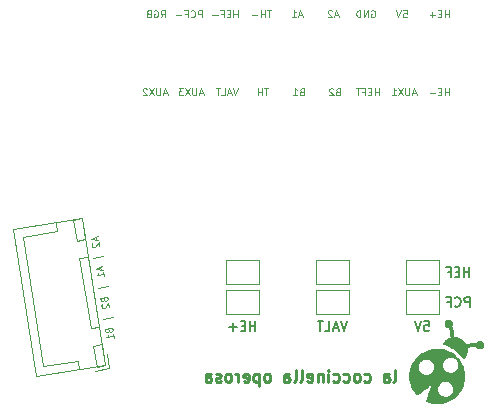
<source format=gbo>
%TF.GenerationSoftware,KiCad,Pcbnew,8.0.8*%
%TF.CreationDate,2025-01-29T22:29:45+01:00*%
%TF.ProjectId,xol-pcb,786f6c2d-7063-4622-9e6b-696361645f70,rev?*%
%TF.SameCoordinates,Original*%
%TF.FileFunction,Legend,Bot*%
%TF.FilePolarity,Positive*%
%FSLAX46Y46*%
G04 Gerber Fmt 4.6, Leading zero omitted, Abs format (unit mm)*
G04 Created by KiCad (PCBNEW 8.0.8) date 2025-01-29 22:29:45*
%MOMM*%
%LPD*%
G01*
G04 APERTURE LIST*
%ADD10C,0.250000*%
%ADD11C,0.100000*%
%ADD12C,0.150000*%
%ADD13C,0.000000*%
%ADD14C,0.120000*%
G04 APERTURE END LIST*
D10*
X65630953Y-68459619D02*
X65726191Y-68412000D01*
X65726191Y-68412000D02*
X65773810Y-68316761D01*
X65773810Y-68316761D02*
X65773810Y-67459619D01*
X64821429Y-68459619D02*
X64821429Y-67935809D01*
X64821429Y-67935809D02*
X64869048Y-67840571D01*
X64869048Y-67840571D02*
X64964286Y-67792952D01*
X64964286Y-67792952D02*
X65154762Y-67792952D01*
X65154762Y-67792952D02*
X65250000Y-67840571D01*
X64821429Y-68412000D02*
X64916667Y-68459619D01*
X64916667Y-68459619D02*
X65154762Y-68459619D01*
X65154762Y-68459619D02*
X65250000Y-68412000D01*
X65250000Y-68412000D02*
X65297619Y-68316761D01*
X65297619Y-68316761D02*
X65297619Y-68221523D01*
X65297619Y-68221523D02*
X65250000Y-68126285D01*
X65250000Y-68126285D02*
X65154762Y-68078666D01*
X65154762Y-68078666D02*
X64916667Y-68078666D01*
X64916667Y-68078666D02*
X64821429Y-68031047D01*
X63154762Y-68412000D02*
X63250000Y-68459619D01*
X63250000Y-68459619D02*
X63440476Y-68459619D01*
X63440476Y-68459619D02*
X63535714Y-68412000D01*
X63535714Y-68412000D02*
X63583333Y-68364380D01*
X63583333Y-68364380D02*
X63630952Y-68269142D01*
X63630952Y-68269142D02*
X63630952Y-67983428D01*
X63630952Y-67983428D02*
X63583333Y-67888190D01*
X63583333Y-67888190D02*
X63535714Y-67840571D01*
X63535714Y-67840571D02*
X63440476Y-67792952D01*
X63440476Y-67792952D02*
X63250000Y-67792952D01*
X63250000Y-67792952D02*
X63154762Y-67840571D01*
X62583333Y-68459619D02*
X62678571Y-68412000D01*
X62678571Y-68412000D02*
X62726190Y-68364380D01*
X62726190Y-68364380D02*
X62773809Y-68269142D01*
X62773809Y-68269142D02*
X62773809Y-67983428D01*
X62773809Y-67983428D02*
X62726190Y-67888190D01*
X62726190Y-67888190D02*
X62678571Y-67840571D01*
X62678571Y-67840571D02*
X62583333Y-67792952D01*
X62583333Y-67792952D02*
X62440476Y-67792952D01*
X62440476Y-67792952D02*
X62345238Y-67840571D01*
X62345238Y-67840571D02*
X62297619Y-67888190D01*
X62297619Y-67888190D02*
X62250000Y-67983428D01*
X62250000Y-67983428D02*
X62250000Y-68269142D01*
X62250000Y-68269142D02*
X62297619Y-68364380D01*
X62297619Y-68364380D02*
X62345238Y-68412000D01*
X62345238Y-68412000D02*
X62440476Y-68459619D01*
X62440476Y-68459619D02*
X62583333Y-68459619D01*
X61392857Y-68412000D02*
X61488095Y-68459619D01*
X61488095Y-68459619D02*
X61678571Y-68459619D01*
X61678571Y-68459619D02*
X61773809Y-68412000D01*
X61773809Y-68412000D02*
X61821428Y-68364380D01*
X61821428Y-68364380D02*
X61869047Y-68269142D01*
X61869047Y-68269142D02*
X61869047Y-67983428D01*
X61869047Y-67983428D02*
X61821428Y-67888190D01*
X61821428Y-67888190D02*
X61773809Y-67840571D01*
X61773809Y-67840571D02*
X61678571Y-67792952D01*
X61678571Y-67792952D02*
X61488095Y-67792952D01*
X61488095Y-67792952D02*
X61392857Y-67840571D01*
X60535714Y-68412000D02*
X60630952Y-68459619D01*
X60630952Y-68459619D02*
X60821428Y-68459619D01*
X60821428Y-68459619D02*
X60916666Y-68412000D01*
X60916666Y-68412000D02*
X60964285Y-68364380D01*
X60964285Y-68364380D02*
X61011904Y-68269142D01*
X61011904Y-68269142D02*
X61011904Y-67983428D01*
X61011904Y-67983428D02*
X60964285Y-67888190D01*
X60964285Y-67888190D02*
X60916666Y-67840571D01*
X60916666Y-67840571D02*
X60821428Y-67792952D01*
X60821428Y-67792952D02*
X60630952Y-67792952D01*
X60630952Y-67792952D02*
X60535714Y-67840571D01*
X60107142Y-68459619D02*
X60107142Y-67792952D01*
X60107142Y-67459619D02*
X60154761Y-67507238D01*
X60154761Y-67507238D02*
X60107142Y-67554857D01*
X60107142Y-67554857D02*
X60059523Y-67507238D01*
X60059523Y-67507238D02*
X60107142Y-67459619D01*
X60107142Y-67459619D02*
X60107142Y-67554857D01*
X59630952Y-67792952D02*
X59630952Y-68459619D01*
X59630952Y-67888190D02*
X59583333Y-67840571D01*
X59583333Y-67840571D02*
X59488095Y-67792952D01*
X59488095Y-67792952D02*
X59345238Y-67792952D01*
X59345238Y-67792952D02*
X59250000Y-67840571D01*
X59250000Y-67840571D02*
X59202381Y-67935809D01*
X59202381Y-67935809D02*
X59202381Y-68459619D01*
X58345238Y-68412000D02*
X58440476Y-68459619D01*
X58440476Y-68459619D02*
X58630952Y-68459619D01*
X58630952Y-68459619D02*
X58726190Y-68412000D01*
X58726190Y-68412000D02*
X58773809Y-68316761D01*
X58773809Y-68316761D02*
X58773809Y-67935809D01*
X58773809Y-67935809D02*
X58726190Y-67840571D01*
X58726190Y-67840571D02*
X58630952Y-67792952D01*
X58630952Y-67792952D02*
X58440476Y-67792952D01*
X58440476Y-67792952D02*
X58345238Y-67840571D01*
X58345238Y-67840571D02*
X58297619Y-67935809D01*
X58297619Y-67935809D02*
X58297619Y-68031047D01*
X58297619Y-68031047D02*
X58773809Y-68126285D01*
X57726190Y-68459619D02*
X57821428Y-68412000D01*
X57821428Y-68412000D02*
X57869047Y-68316761D01*
X57869047Y-68316761D02*
X57869047Y-67459619D01*
X57202380Y-68459619D02*
X57297618Y-68412000D01*
X57297618Y-68412000D02*
X57345237Y-68316761D01*
X57345237Y-68316761D02*
X57345237Y-67459619D01*
X56392856Y-68459619D02*
X56392856Y-67935809D01*
X56392856Y-67935809D02*
X56440475Y-67840571D01*
X56440475Y-67840571D02*
X56535713Y-67792952D01*
X56535713Y-67792952D02*
X56726189Y-67792952D01*
X56726189Y-67792952D02*
X56821427Y-67840571D01*
X56392856Y-68412000D02*
X56488094Y-68459619D01*
X56488094Y-68459619D02*
X56726189Y-68459619D01*
X56726189Y-68459619D02*
X56821427Y-68412000D01*
X56821427Y-68412000D02*
X56869046Y-68316761D01*
X56869046Y-68316761D02*
X56869046Y-68221523D01*
X56869046Y-68221523D02*
X56821427Y-68126285D01*
X56821427Y-68126285D02*
X56726189Y-68078666D01*
X56726189Y-68078666D02*
X56488094Y-68078666D01*
X56488094Y-68078666D02*
X56392856Y-68031047D01*
X55011903Y-68459619D02*
X55107141Y-68412000D01*
X55107141Y-68412000D02*
X55154760Y-68364380D01*
X55154760Y-68364380D02*
X55202379Y-68269142D01*
X55202379Y-68269142D02*
X55202379Y-67983428D01*
X55202379Y-67983428D02*
X55154760Y-67888190D01*
X55154760Y-67888190D02*
X55107141Y-67840571D01*
X55107141Y-67840571D02*
X55011903Y-67792952D01*
X55011903Y-67792952D02*
X54869046Y-67792952D01*
X54869046Y-67792952D02*
X54773808Y-67840571D01*
X54773808Y-67840571D02*
X54726189Y-67888190D01*
X54726189Y-67888190D02*
X54678570Y-67983428D01*
X54678570Y-67983428D02*
X54678570Y-68269142D01*
X54678570Y-68269142D02*
X54726189Y-68364380D01*
X54726189Y-68364380D02*
X54773808Y-68412000D01*
X54773808Y-68412000D02*
X54869046Y-68459619D01*
X54869046Y-68459619D02*
X55011903Y-68459619D01*
X54249998Y-67792952D02*
X54249998Y-68792952D01*
X54249998Y-67840571D02*
X54154760Y-67792952D01*
X54154760Y-67792952D02*
X53964284Y-67792952D01*
X53964284Y-67792952D02*
X53869046Y-67840571D01*
X53869046Y-67840571D02*
X53821427Y-67888190D01*
X53821427Y-67888190D02*
X53773808Y-67983428D01*
X53773808Y-67983428D02*
X53773808Y-68269142D01*
X53773808Y-68269142D02*
X53821427Y-68364380D01*
X53821427Y-68364380D02*
X53869046Y-68412000D01*
X53869046Y-68412000D02*
X53964284Y-68459619D01*
X53964284Y-68459619D02*
X54154760Y-68459619D01*
X54154760Y-68459619D02*
X54249998Y-68412000D01*
X52964284Y-68412000D02*
X53059522Y-68459619D01*
X53059522Y-68459619D02*
X53249998Y-68459619D01*
X53249998Y-68459619D02*
X53345236Y-68412000D01*
X53345236Y-68412000D02*
X53392855Y-68316761D01*
X53392855Y-68316761D02*
X53392855Y-67935809D01*
X53392855Y-67935809D02*
X53345236Y-67840571D01*
X53345236Y-67840571D02*
X53249998Y-67792952D01*
X53249998Y-67792952D02*
X53059522Y-67792952D01*
X53059522Y-67792952D02*
X52964284Y-67840571D01*
X52964284Y-67840571D02*
X52916665Y-67935809D01*
X52916665Y-67935809D02*
X52916665Y-68031047D01*
X52916665Y-68031047D02*
X53392855Y-68126285D01*
X52488093Y-68459619D02*
X52488093Y-67792952D01*
X52488093Y-67983428D02*
X52440474Y-67888190D01*
X52440474Y-67888190D02*
X52392855Y-67840571D01*
X52392855Y-67840571D02*
X52297617Y-67792952D01*
X52297617Y-67792952D02*
X52202379Y-67792952D01*
X51726188Y-68459619D02*
X51821426Y-68412000D01*
X51821426Y-68412000D02*
X51869045Y-68364380D01*
X51869045Y-68364380D02*
X51916664Y-68269142D01*
X51916664Y-68269142D02*
X51916664Y-67983428D01*
X51916664Y-67983428D02*
X51869045Y-67888190D01*
X51869045Y-67888190D02*
X51821426Y-67840571D01*
X51821426Y-67840571D02*
X51726188Y-67792952D01*
X51726188Y-67792952D02*
X51583331Y-67792952D01*
X51583331Y-67792952D02*
X51488093Y-67840571D01*
X51488093Y-67840571D02*
X51440474Y-67888190D01*
X51440474Y-67888190D02*
X51392855Y-67983428D01*
X51392855Y-67983428D02*
X51392855Y-68269142D01*
X51392855Y-68269142D02*
X51440474Y-68364380D01*
X51440474Y-68364380D02*
X51488093Y-68412000D01*
X51488093Y-68412000D02*
X51583331Y-68459619D01*
X51583331Y-68459619D02*
X51726188Y-68459619D01*
X51011902Y-68412000D02*
X50916664Y-68459619D01*
X50916664Y-68459619D02*
X50726188Y-68459619D01*
X50726188Y-68459619D02*
X50630950Y-68412000D01*
X50630950Y-68412000D02*
X50583331Y-68316761D01*
X50583331Y-68316761D02*
X50583331Y-68269142D01*
X50583331Y-68269142D02*
X50630950Y-68173904D01*
X50630950Y-68173904D02*
X50726188Y-68126285D01*
X50726188Y-68126285D02*
X50869045Y-68126285D01*
X50869045Y-68126285D02*
X50964283Y-68078666D01*
X50964283Y-68078666D02*
X51011902Y-67983428D01*
X51011902Y-67983428D02*
X51011902Y-67935809D01*
X51011902Y-67935809D02*
X50964283Y-67840571D01*
X50964283Y-67840571D02*
X50869045Y-67792952D01*
X50869045Y-67792952D02*
X50726188Y-67792952D01*
X50726188Y-67792952D02*
X50630950Y-67840571D01*
X49726188Y-68459619D02*
X49726188Y-67935809D01*
X49726188Y-67935809D02*
X49773807Y-67840571D01*
X49773807Y-67840571D02*
X49869045Y-67792952D01*
X49869045Y-67792952D02*
X50059521Y-67792952D01*
X50059521Y-67792952D02*
X50154759Y-67840571D01*
X49726188Y-68412000D02*
X49821426Y-68459619D01*
X49821426Y-68459619D02*
X50059521Y-68459619D01*
X50059521Y-68459619D02*
X50154759Y-68412000D01*
X50154759Y-68412000D02*
X50202378Y-68316761D01*
X50202378Y-68316761D02*
X50202378Y-68221523D01*
X50202378Y-68221523D02*
X50154759Y-68126285D01*
X50154759Y-68126285D02*
X50059521Y-68078666D01*
X50059521Y-68078666D02*
X49821426Y-68078666D01*
X49821426Y-68078666D02*
X49726188Y-68031047D01*
D11*
X40415857Y-56166598D02*
X40460553Y-56448795D01*
X40576236Y-56083341D02*
X40014910Y-56374740D01*
X40014910Y-56374740D02*
X40638810Y-56478416D01*
X40129454Y-56732656D02*
X40105704Y-56765346D01*
X40105704Y-56765346D02*
X40086423Y-56826254D01*
X40086423Y-56826254D02*
X40108771Y-56967353D01*
X40108771Y-56967353D02*
X40145930Y-57019323D01*
X40145930Y-57019323D02*
X40178619Y-57043073D01*
X40178619Y-57043073D02*
X40239528Y-57062353D01*
X40239528Y-57062353D02*
X40295967Y-57053414D01*
X40295967Y-57053414D02*
X40376156Y-57011786D01*
X40376156Y-57011786D02*
X40661158Y-56619515D01*
X40661158Y-56619515D02*
X40719262Y-56986371D01*
X41050886Y-57801674D02*
X40204296Y-57935761D01*
X40818118Y-58706369D02*
X40862813Y-58988566D01*
X40978496Y-58623113D02*
X40417170Y-58914511D01*
X40417170Y-58914511D02*
X41041070Y-59018188D01*
X41121522Y-59526142D02*
X41067888Y-59187506D01*
X41094705Y-59356824D02*
X40502092Y-59450685D01*
X40502092Y-59450685D02*
X40577812Y-59380837D01*
X40577812Y-59380837D02*
X40625312Y-59315458D01*
X40625312Y-59315458D02*
X40644593Y-59254550D01*
X41453147Y-60341446D02*
X40606557Y-60475533D01*
X41115036Y-61494246D02*
X41156664Y-61574435D01*
X41156664Y-61574435D02*
X41189353Y-61598185D01*
X41189353Y-61598185D02*
X41250262Y-61617466D01*
X41250262Y-61617466D02*
X41334921Y-61604057D01*
X41334921Y-61604057D02*
X41386891Y-61566898D01*
X41386891Y-61566898D02*
X41410641Y-61534209D01*
X41410641Y-61534209D02*
X41429922Y-61473300D01*
X41429922Y-61473300D02*
X41394165Y-61247543D01*
X41394165Y-61247543D02*
X40801552Y-61341404D01*
X40801552Y-61341404D02*
X40832839Y-61538941D01*
X40832839Y-61538941D02*
X40869998Y-61590911D01*
X40869998Y-61590911D02*
X40902687Y-61614661D01*
X40902687Y-61614661D02*
X40963596Y-61633942D01*
X40963596Y-61633942D02*
X41020035Y-61625003D01*
X41020035Y-61625003D02*
X41072005Y-61587844D01*
X41072005Y-61587844D02*
X41095755Y-61555155D01*
X41095755Y-61555155D02*
X41115036Y-61494246D01*
X41115036Y-61494246D02*
X41083749Y-61296708D01*
X40947383Y-61896858D02*
X40923633Y-61929547D01*
X40923633Y-61929547D02*
X40904352Y-61990456D01*
X40904352Y-61990456D02*
X40926700Y-62131554D01*
X40926700Y-62131554D02*
X40963859Y-62183524D01*
X40963859Y-62183524D02*
X40996548Y-62207274D01*
X40996548Y-62207274D02*
X41057457Y-62226555D01*
X41057457Y-62226555D02*
X41113896Y-62217616D01*
X41113896Y-62217616D02*
X41194086Y-62175987D01*
X41194086Y-62175987D02*
X41479087Y-61783717D01*
X41479087Y-61783717D02*
X41537191Y-62150572D01*
X41868816Y-62965876D02*
X41022226Y-63099963D01*
X41530705Y-64118676D02*
X41572333Y-64198865D01*
X41572333Y-64198865D02*
X41605022Y-64222616D01*
X41605022Y-64222616D02*
X41665931Y-64241896D01*
X41665931Y-64241896D02*
X41750590Y-64228487D01*
X41750590Y-64228487D02*
X41802560Y-64191329D01*
X41802560Y-64191329D02*
X41826310Y-64158639D01*
X41826310Y-64158639D02*
X41845591Y-64097731D01*
X41845591Y-64097731D02*
X41809834Y-63871973D01*
X41809834Y-63871973D02*
X41217221Y-63965834D01*
X41217221Y-63965834D02*
X41248508Y-64163372D01*
X41248508Y-64163372D02*
X41285667Y-64215341D01*
X41285667Y-64215341D02*
X41318356Y-64239091D01*
X41318356Y-64239091D02*
X41379265Y-64258372D01*
X41379265Y-64258372D02*
X41435704Y-64249433D01*
X41435704Y-64249433D02*
X41487674Y-64212274D01*
X41487674Y-64212274D02*
X41511424Y-64179585D01*
X41511424Y-64179585D02*
X41530705Y-64118676D01*
X41530705Y-64118676D02*
X41499418Y-63921138D01*
X41952860Y-64775003D02*
X41899225Y-64436367D01*
X41926043Y-64605685D02*
X41333430Y-64699545D01*
X41333430Y-64699545D02*
X41409150Y-64629697D01*
X41409150Y-64629697D02*
X41456650Y-64564319D01*
X41456650Y-64564319D02*
X41475930Y-64503410D01*
X52442571Y-43614371D02*
X52242571Y-44214371D01*
X52242571Y-44214371D02*
X52042571Y-43614371D01*
X51871142Y-44042942D02*
X51585428Y-44042942D01*
X51928285Y-44214371D02*
X51728285Y-43614371D01*
X51728285Y-43614371D02*
X51528285Y-44214371D01*
X51042570Y-44214371D02*
X51328284Y-44214371D01*
X51328284Y-44214371D02*
X51328284Y-43614371D01*
X50928285Y-43614371D02*
X50585428Y-43614371D01*
X50756856Y-44214371D02*
X50756856Y-43614371D01*
X55261142Y-37010371D02*
X54918285Y-37010371D01*
X55089713Y-37610371D02*
X55089713Y-37010371D01*
X54718284Y-37610371D02*
X54718284Y-37010371D01*
X54718284Y-37296085D02*
X54375427Y-37296085D01*
X54375427Y-37610371D02*
X54375427Y-37010371D01*
X54089713Y-37381800D02*
X53632571Y-37381800D01*
X63751142Y-37038942D02*
X63808285Y-37010371D01*
X63808285Y-37010371D02*
X63893999Y-37010371D01*
X63893999Y-37010371D02*
X63979713Y-37038942D01*
X63979713Y-37038942D02*
X64036856Y-37096085D01*
X64036856Y-37096085D02*
X64065427Y-37153228D01*
X64065427Y-37153228D02*
X64093999Y-37267514D01*
X64093999Y-37267514D02*
X64093999Y-37353228D01*
X64093999Y-37353228D02*
X64065427Y-37467514D01*
X64065427Y-37467514D02*
X64036856Y-37524657D01*
X64036856Y-37524657D02*
X63979713Y-37581800D01*
X63979713Y-37581800D02*
X63893999Y-37610371D01*
X63893999Y-37610371D02*
X63836856Y-37610371D01*
X63836856Y-37610371D02*
X63751142Y-37581800D01*
X63751142Y-37581800D02*
X63722570Y-37553228D01*
X63722570Y-37553228D02*
X63722570Y-37353228D01*
X63722570Y-37353228D02*
X63836856Y-37353228D01*
X63465427Y-37610371D02*
X63465427Y-37010371D01*
X63465427Y-37010371D02*
X63122570Y-37610371D01*
X63122570Y-37610371D02*
X63122570Y-37010371D01*
X62836856Y-37610371D02*
X62836856Y-37010371D01*
X62836856Y-37010371D02*
X62693999Y-37010371D01*
X62693999Y-37010371D02*
X62608285Y-37038942D01*
X62608285Y-37038942D02*
X62551142Y-37096085D01*
X62551142Y-37096085D02*
X62522571Y-37153228D01*
X62522571Y-37153228D02*
X62493999Y-37267514D01*
X62493999Y-37267514D02*
X62493999Y-37353228D01*
X62493999Y-37353228D02*
X62522571Y-37467514D01*
X62522571Y-37467514D02*
X62551142Y-37524657D01*
X62551142Y-37524657D02*
X62608285Y-37581800D01*
X62608285Y-37581800D02*
X62693999Y-37610371D01*
X62693999Y-37610371D02*
X62836856Y-37610371D01*
X45928285Y-37610371D02*
X46128285Y-37324657D01*
X46271142Y-37610371D02*
X46271142Y-37010371D01*
X46271142Y-37010371D02*
X46042571Y-37010371D01*
X46042571Y-37010371D02*
X45985428Y-37038942D01*
X45985428Y-37038942D02*
X45956857Y-37067514D01*
X45956857Y-37067514D02*
X45928285Y-37124657D01*
X45928285Y-37124657D02*
X45928285Y-37210371D01*
X45928285Y-37210371D02*
X45956857Y-37267514D01*
X45956857Y-37267514D02*
X45985428Y-37296085D01*
X45985428Y-37296085D02*
X46042571Y-37324657D01*
X46042571Y-37324657D02*
X46271142Y-37324657D01*
X45356857Y-37038942D02*
X45414000Y-37010371D01*
X45414000Y-37010371D02*
X45499714Y-37010371D01*
X45499714Y-37010371D02*
X45585428Y-37038942D01*
X45585428Y-37038942D02*
X45642571Y-37096085D01*
X45642571Y-37096085D02*
X45671142Y-37153228D01*
X45671142Y-37153228D02*
X45699714Y-37267514D01*
X45699714Y-37267514D02*
X45699714Y-37353228D01*
X45699714Y-37353228D02*
X45671142Y-37467514D01*
X45671142Y-37467514D02*
X45642571Y-37524657D01*
X45642571Y-37524657D02*
X45585428Y-37581800D01*
X45585428Y-37581800D02*
X45499714Y-37610371D01*
X45499714Y-37610371D02*
X45442571Y-37610371D01*
X45442571Y-37610371D02*
X45356857Y-37581800D01*
X45356857Y-37581800D02*
X45328285Y-37553228D01*
X45328285Y-37553228D02*
X45328285Y-37353228D01*
X45328285Y-37353228D02*
X45442571Y-37353228D01*
X44871142Y-37296085D02*
X44785428Y-37324657D01*
X44785428Y-37324657D02*
X44756857Y-37353228D01*
X44756857Y-37353228D02*
X44728285Y-37410371D01*
X44728285Y-37410371D02*
X44728285Y-37496085D01*
X44728285Y-37496085D02*
X44756857Y-37553228D01*
X44756857Y-37553228D02*
X44785428Y-37581800D01*
X44785428Y-37581800D02*
X44842571Y-37610371D01*
X44842571Y-37610371D02*
X45071142Y-37610371D01*
X45071142Y-37610371D02*
X45071142Y-37010371D01*
X45071142Y-37010371D02*
X44871142Y-37010371D01*
X44871142Y-37010371D02*
X44814000Y-37038942D01*
X44814000Y-37038942D02*
X44785428Y-37067514D01*
X44785428Y-37067514D02*
X44756857Y-37124657D01*
X44756857Y-37124657D02*
X44756857Y-37181800D01*
X44756857Y-37181800D02*
X44785428Y-37238942D01*
X44785428Y-37238942D02*
X44814000Y-37267514D01*
X44814000Y-37267514D02*
X44871142Y-37296085D01*
X44871142Y-37296085D02*
X45071142Y-37296085D01*
X49393713Y-37610371D02*
X49393713Y-37010371D01*
X49393713Y-37010371D02*
X49165142Y-37010371D01*
X49165142Y-37010371D02*
X49107999Y-37038942D01*
X49107999Y-37038942D02*
X49079428Y-37067514D01*
X49079428Y-37067514D02*
X49050856Y-37124657D01*
X49050856Y-37124657D02*
X49050856Y-37210371D01*
X49050856Y-37210371D02*
X49079428Y-37267514D01*
X49079428Y-37267514D02*
X49107999Y-37296085D01*
X49107999Y-37296085D02*
X49165142Y-37324657D01*
X49165142Y-37324657D02*
X49393713Y-37324657D01*
X48450856Y-37553228D02*
X48479428Y-37581800D01*
X48479428Y-37581800D02*
X48565142Y-37610371D01*
X48565142Y-37610371D02*
X48622285Y-37610371D01*
X48622285Y-37610371D02*
X48707999Y-37581800D01*
X48707999Y-37581800D02*
X48765142Y-37524657D01*
X48765142Y-37524657D02*
X48793713Y-37467514D01*
X48793713Y-37467514D02*
X48822285Y-37353228D01*
X48822285Y-37353228D02*
X48822285Y-37267514D01*
X48822285Y-37267514D02*
X48793713Y-37153228D01*
X48793713Y-37153228D02*
X48765142Y-37096085D01*
X48765142Y-37096085D02*
X48707999Y-37038942D01*
X48707999Y-37038942D02*
X48622285Y-37010371D01*
X48622285Y-37010371D02*
X48565142Y-37010371D01*
X48565142Y-37010371D02*
X48479428Y-37038942D01*
X48479428Y-37038942D02*
X48450856Y-37067514D01*
X47993713Y-37296085D02*
X48193713Y-37296085D01*
X48193713Y-37610371D02*
X48193713Y-37010371D01*
X48193713Y-37010371D02*
X47907999Y-37010371D01*
X47679427Y-37381800D02*
X47222285Y-37381800D01*
D12*
X68224380Y-63316295D02*
X68605332Y-63316295D01*
X68605332Y-63316295D02*
X68643428Y-63697247D01*
X68643428Y-63697247D02*
X68605332Y-63659152D01*
X68605332Y-63659152D02*
X68529142Y-63621057D01*
X68529142Y-63621057D02*
X68338666Y-63621057D01*
X68338666Y-63621057D02*
X68262475Y-63659152D01*
X68262475Y-63659152D02*
X68224380Y-63697247D01*
X68224380Y-63697247D02*
X68186285Y-63773438D01*
X68186285Y-63773438D02*
X68186285Y-63963914D01*
X68186285Y-63963914D02*
X68224380Y-64040104D01*
X68224380Y-64040104D02*
X68262475Y-64078200D01*
X68262475Y-64078200D02*
X68338666Y-64116295D01*
X68338666Y-64116295D02*
X68529142Y-64116295D01*
X68529142Y-64116295D02*
X68605332Y-64078200D01*
X68605332Y-64078200D02*
X68643428Y-64040104D01*
X67957713Y-63316295D02*
X67691046Y-64116295D01*
X67691046Y-64116295D02*
X67424380Y-63316295D01*
D11*
X64380570Y-44214371D02*
X64380570Y-43614371D01*
X64380570Y-43900085D02*
X64037713Y-43900085D01*
X64037713Y-44214371D02*
X64037713Y-43614371D01*
X63751999Y-43900085D02*
X63551999Y-43900085D01*
X63466285Y-44214371D02*
X63751999Y-44214371D01*
X63751999Y-44214371D02*
X63751999Y-43614371D01*
X63751999Y-43614371D02*
X63466285Y-43614371D01*
X63009142Y-43900085D02*
X63209142Y-43900085D01*
X63209142Y-44214371D02*
X63209142Y-43614371D01*
X63209142Y-43614371D02*
X62923428Y-43614371D01*
X62780571Y-43614371D02*
X62437714Y-43614371D01*
X62609142Y-44214371D02*
X62609142Y-43614371D01*
X49494571Y-44042942D02*
X49208857Y-44042942D01*
X49551714Y-44214371D02*
X49351714Y-43614371D01*
X49351714Y-43614371D02*
X49151714Y-44214371D01*
X48951713Y-43614371D02*
X48951713Y-44100085D01*
X48951713Y-44100085D02*
X48923142Y-44157228D01*
X48923142Y-44157228D02*
X48894571Y-44185800D01*
X48894571Y-44185800D02*
X48837428Y-44214371D01*
X48837428Y-44214371D02*
X48723142Y-44214371D01*
X48723142Y-44214371D02*
X48665999Y-44185800D01*
X48665999Y-44185800D02*
X48637428Y-44157228D01*
X48637428Y-44157228D02*
X48608856Y-44100085D01*
X48608856Y-44100085D02*
X48608856Y-43614371D01*
X48380285Y-43614371D02*
X47980285Y-44214371D01*
X47980285Y-43614371D02*
X48380285Y-44214371D01*
X47808856Y-43614371D02*
X47437428Y-43614371D01*
X47437428Y-43614371D02*
X47637428Y-43842942D01*
X47637428Y-43842942D02*
X47551713Y-43842942D01*
X47551713Y-43842942D02*
X47494571Y-43871514D01*
X47494571Y-43871514D02*
X47465999Y-43900085D01*
X47465999Y-43900085D02*
X47437428Y-43957228D01*
X47437428Y-43957228D02*
X47437428Y-44100085D01*
X47437428Y-44100085D02*
X47465999Y-44157228D01*
X47465999Y-44157228D02*
X47494571Y-44185800D01*
X47494571Y-44185800D02*
X47551713Y-44214371D01*
X47551713Y-44214371D02*
X47723142Y-44214371D01*
X47723142Y-44214371D02*
X47780285Y-44185800D01*
X47780285Y-44185800D02*
X47808856Y-44157228D01*
X60900856Y-43900085D02*
X60815142Y-43928657D01*
X60815142Y-43928657D02*
X60786571Y-43957228D01*
X60786571Y-43957228D02*
X60757999Y-44014371D01*
X60757999Y-44014371D02*
X60757999Y-44100085D01*
X60757999Y-44100085D02*
X60786571Y-44157228D01*
X60786571Y-44157228D02*
X60815142Y-44185800D01*
X60815142Y-44185800D02*
X60872285Y-44214371D01*
X60872285Y-44214371D02*
X61100856Y-44214371D01*
X61100856Y-44214371D02*
X61100856Y-43614371D01*
X61100856Y-43614371D02*
X60900856Y-43614371D01*
X60900856Y-43614371D02*
X60843714Y-43642942D01*
X60843714Y-43642942D02*
X60815142Y-43671514D01*
X60815142Y-43671514D02*
X60786571Y-43728657D01*
X60786571Y-43728657D02*
X60786571Y-43785800D01*
X60786571Y-43785800D02*
X60815142Y-43842942D01*
X60815142Y-43842942D02*
X60843714Y-43871514D01*
X60843714Y-43871514D02*
X60900856Y-43900085D01*
X60900856Y-43900085D02*
X61100856Y-43900085D01*
X60529428Y-43671514D02*
X60500856Y-43642942D01*
X60500856Y-43642942D02*
X60443714Y-43614371D01*
X60443714Y-43614371D02*
X60300856Y-43614371D01*
X60300856Y-43614371D02*
X60243714Y-43642942D01*
X60243714Y-43642942D02*
X60215142Y-43671514D01*
X60215142Y-43671514D02*
X60186571Y-43728657D01*
X60186571Y-43728657D02*
X60186571Y-43785800D01*
X60186571Y-43785800D02*
X60215142Y-43871514D01*
X60215142Y-43871514D02*
X60557999Y-44214371D01*
X60557999Y-44214371D02*
X60186571Y-44214371D01*
X55047714Y-43614371D02*
X54704857Y-43614371D01*
X54876285Y-44214371D02*
X54876285Y-43614371D01*
X54504856Y-44214371D02*
X54504856Y-43614371D01*
X54504856Y-43900085D02*
X54161999Y-43900085D01*
X54161999Y-44214371D02*
X54161999Y-43614371D01*
D12*
X53917713Y-64116295D02*
X53917713Y-63316295D01*
X53917713Y-63697247D02*
X53460570Y-63697247D01*
X53460570Y-64116295D02*
X53460570Y-63316295D01*
X53079618Y-63697247D02*
X52812952Y-63697247D01*
X52698666Y-64116295D02*
X53079618Y-64116295D01*
X53079618Y-64116295D02*
X53079618Y-63316295D01*
X53079618Y-63316295D02*
X52698666Y-63316295D01*
X52355808Y-63811533D02*
X51746285Y-63811533D01*
X52051046Y-64116295D02*
X52051046Y-63506771D01*
D11*
X57880571Y-37438942D02*
X57594857Y-37438942D01*
X57937714Y-37610371D02*
X57737714Y-37010371D01*
X57737714Y-37010371D02*
X57537714Y-37610371D01*
X57023428Y-37610371D02*
X57366285Y-37610371D01*
X57194856Y-37610371D02*
X57194856Y-37010371D01*
X57194856Y-37010371D02*
X57251999Y-37096085D01*
X57251999Y-37096085D02*
X57309142Y-37153228D01*
X57309142Y-37153228D02*
X57366285Y-37181800D01*
D12*
X72053332Y-59544295D02*
X72053332Y-58744295D01*
X72053332Y-59125247D02*
X71596189Y-59125247D01*
X71596189Y-59544295D02*
X71596189Y-58744295D01*
X71215237Y-59125247D02*
X70948571Y-59125247D01*
X70834285Y-59544295D02*
X71215237Y-59544295D01*
X71215237Y-59544295D02*
X71215237Y-58744295D01*
X71215237Y-58744295D02*
X70834285Y-58744295D01*
X70224761Y-59125247D02*
X70491427Y-59125247D01*
X70491427Y-59544295D02*
X70491427Y-58744295D01*
X70491427Y-58744295D02*
X70110475Y-58744295D01*
D11*
X66456285Y-37010371D02*
X66741999Y-37010371D01*
X66741999Y-37010371D02*
X66770571Y-37296085D01*
X66770571Y-37296085D02*
X66741999Y-37267514D01*
X66741999Y-37267514D02*
X66684857Y-37238942D01*
X66684857Y-37238942D02*
X66541999Y-37238942D01*
X66541999Y-37238942D02*
X66484857Y-37267514D01*
X66484857Y-37267514D02*
X66456285Y-37296085D01*
X66456285Y-37296085D02*
X66427714Y-37353228D01*
X66427714Y-37353228D02*
X66427714Y-37496085D01*
X66427714Y-37496085D02*
X66456285Y-37553228D01*
X66456285Y-37553228D02*
X66484857Y-37581800D01*
X66484857Y-37581800D02*
X66541999Y-37610371D01*
X66541999Y-37610371D02*
X66684857Y-37610371D01*
X66684857Y-37610371D02*
X66741999Y-37581800D01*
X66741999Y-37581800D02*
X66770571Y-37553228D01*
X66256285Y-37010371D02*
X66056285Y-37610371D01*
X66056285Y-37610371D02*
X65856285Y-37010371D01*
D12*
X61690094Y-63316295D02*
X61423427Y-64116295D01*
X61423427Y-64116295D02*
X61156761Y-63316295D01*
X60928190Y-63887723D02*
X60547237Y-63887723D01*
X61004380Y-64116295D02*
X60737713Y-63316295D01*
X60737713Y-63316295D02*
X60471047Y-64116295D01*
X59823428Y-64116295D02*
X60204380Y-64116295D01*
X60204380Y-64116295D02*
X60204380Y-63316295D01*
X59671047Y-63316295D02*
X59213904Y-63316295D01*
X59442476Y-64116295D02*
X59442476Y-63316295D01*
D11*
X70314284Y-44214371D02*
X70314284Y-43614371D01*
X70314284Y-43900085D02*
X69971427Y-43900085D01*
X69971427Y-44214371D02*
X69971427Y-43614371D01*
X69685713Y-43900085D02*
X69485713Y-43900085D01*
X69399999Y-44214371D02*
X69685713Y-44214371D01*
X69685713Y-44214371D02*
X69685713Y-43614371D01*
X69685713Y-43614371D02*
X69399999Y-43614371D01*
X69142856Y-43985800D02*
X68685714Y-43985800D01*
X70314284Y-37610371D02*
X70314284Y-37010371D01*
X70314284Y-37296085D02*
X69971427Y-37296085D01*
X69971427Y-37610371D02*
X69971427Y-37010371D01*
X69685713Y-37296085D02*
X69485713Y-37296085D01*
X69399999Y-37610371D02*
X69685713Y-37610371D01*
X69685713Y-37610371D02*
X69685713Y-37010371D01*
X69685713Y-37010371D02*
X69399999Y-37010371D01*
X69142856Y-37381800D02*
X68685714Y-37381800D01*
X68914285Y-37610371D02*
X68914285Y-37153228D01*
X52427427Y-37610371D02*
X52427427Y-37010371D01*
X52427427Y-37296085D02*
X52084570Y-37296085D01*
X52084570Y-37610371D02*
X52084570Y-37010371D01*
X51798856Y-37296085D02*
X51598856Y-37296085D01*
X51513142Y-37610371D02*
X51798856Y-37610371D01*
X51798856Y-37610371D02*
X51798856Y-37010371D01*
X51798856Y-37010371D02*
X51513142Y-37010371D01*
X51055999Y-37296085D02*
X51255999Y-37296085D01*
X51255999Y-37610371D02*
X51255999Y-37010371D01*
X51255999Y-37010371D02*
X50970285Y-37010371D01*
X50741713Y-37381800D02*
X50284571Y-37381800D01*
X57852856Y-43900085D02*
X57767142Y-43928657D01*
X57767142Y-43928657D02*
X57738571Y-43957228D01*
X57738571Y-43957228D02*
X57709999Y-44014371D01*
X57709999Y-44014371D02*
X57709999Y-44100085D01*
X57709999Y-44100085D02*
X57738571Y-44157228D01*
X57738571Y-44157228D02*
X57767142Y-44185800D01*
X57767142Y-44185800D02*
X57824285Y-44214371D01*
X57824285Y-44214371D02*
X58052856Y-44214371D01*
X58052856Y-44214371D02*
X58052856Y-43614371D01*
X58052856Y-43614371D02*
X57852856Y-43614371D01*
X57852856Y-43614371D02*
X57795714Y-43642942D01*
X57795714Y-43642942D02*
X57767142Y-43671514D01*
X57767142Y-43671514D02*
X57738571Y-43728657D01*
X57738571Y-43728657D02*
X57738571Y-43785800D01*
X57738571Y-43785800D02*
X57767142Y-43842942D01*
X57767142Y-43842942D02*
X57795714Y-43871514D01*
X57795714Y-43871514D02*
X57852856Y-43900085D01*
X57852856Y-43900085D02*
X58052856Y-43900085D01*
X57138571Y-44214371D02*
X57481428Y-44214371D01*
X57309999Y-44214371D02*
X57309999Y-43614371D01*
X57309999Y-43614371D02*
X57367142Y-43700085D01*
X57367142Y-43700085D02*
X57424285Y-43757228D01*
X57424285Y-43757228D02*
X57481428Y-43785800D01*
X60928571Y-37438942D02*
X60642857Y-37438942D01*
X60985714Y-37610371D02*
X60785714Y-37010371D01*
X60785714Y-37010371D02*
X60585714Y-37610371D01*
X60414285Y-37067514D02*
X60385713Y-37038942D01*
X60385713Y-37038942D02*
X60328571Y-37010371D01*
X60328571Y-37010371D02*
X60185713Y-37010371D01*
X60185713Y-37010371D02*
X60128571Y-37038942D01*
X60128571Y-37038942D02*
X60099999Y-37067514D01*
X60099999Y-37067514D02*
X60071428Y-37124657D01*
X60071428Y-37124657D02*
X60071428Y-37181800D01*
X60071428Y-37181800D02*
X60099999Y-37267514D01*
X60099999Y-37267514D02*
X60442856Y-37610371D01*
X60442856Y-37610371D02*
X60071428Y-37610371D01*
X46446571Y-44042942D02*
X46160857Y-44042942D01*
X46503714Y-44214371D02*
X46303714Y-43614371D01*
X46303714Y-43614371D02*
X46103714Y-44214371D01*
X45903713Y-43614371D02*
X45903713Y-44100085D01*
X45903713Y-44100085D02*
X45875142Y-44157228D01*
X45875142Y-44157228D02*
X45846571Y-44185800D01*
X45846571Y-44185800D02*
X45789428Y-44214371D01*
X45789428Y-44214371D02*
X45675142Y-44214371D01*
X45675142Y-44214371D02*
X45617999Y-44185800D01*
X45617999Y-44185800D02*
X45589428Y-44157228D01*
X45589428Y-44157228D02*
X45560856Y-44100085D01*
X45560856Y-44100085D02*
X45560856Y-43614371D01*
X45332285Y-43614371D02*
X44932285Y-44214371D01*
X44932285Y-43614371D02*
X45332285Y-44214371D01*
X44732285Y-43671514D02*
X44703713Y-43642942D01*
X44703713Y-43642942D02*
X44646571Y-43614371D01*
X44646571Y-43614371D02*
X44503713Y-43614371D01*
X44503713Y-43614371D02*
X44446571Y-43642942D01*
X44446571Y-43642942D02*
X44417999Y-43671514D01*
X44417999Y-43671514D02*
X44389428Y-43728657D01*
X44389428Y-43728657D02*
X44389428Y-43785800D01*
X44389428Y-43785800D02*
X44417999Y-43871514D01*
X44417999Y-43871514D02*
X44760856Y-44214371D01*
X44760856Y-44214371D02*
X44389428Y-44214371D01*
X67528571Y-44042942D02*
X67242857Y-44042942D01*
X67585714Y-44214371D02*
X67385714Y-43614371D01*
X67385714Y-43614371D02*
X67185714Y-44214371D01*
X66985713Y-43614371D02*
X66985713Y-44100085D01*
X66985713Y-44100085D02*
X66957142Y-44157228D01*
X66957142Y-44157228D02*
X66928571Y-44185800D01*
X66928571Y-44185800D02*
X66871428Y-44214371D01*
X66871428Y-44214371D02*
X66757142Y-44214371D01*
X66757142Y-44214371D02*
X66699999Y-44185800D01*
X66699999Y-44185800D02*
X66671428Y-44157228D01*
X66671428Y-44157228D02*
X66642856Y-44100085D01*
X66642856Y-44100085D02*
X66642856Y-43614371D01*
X66414285Y-43614371D02*
X66014285Y-44214371D01*
X66014285Y-43614371D02*
X66414285Y-44214371D01*
X65471428Y-44214371D02*
X65814285Y-44214371D01*
X65642856Y-44214371D02*
X65642856Y-43614371D01*
X65642856Y-43614371D02*
X65699999Y-43700085D01*
X65699999Y-43700085D02*
X65757142Y-43757228D01*
X65757142Y-43757228D02*
X65814285Y-43785800D01*
D12*
X72072380Y-62084295D02*
X72072380Y-61284295D01*
X72072380Y-61284295D02*
X71767618Y-61284295D01*
X71767618Y-61284295D02*
X71691428Y-61322390D01*
X71691428Y-61322390D02*
X71653333Y-61360485D01*
X71653333Y-61360485D02*
X71615237Y-61436676D01*
X71615237Y-61436676D02*
X71615237Y-61550961D01*
X71615237Y-61550961D02*
X71653333Y-61627152D01*
X71653333Y-61627152D02*
X71691428Y-61665247D01*
X71691428Y-61665247D02*
X71767618Y-61703342D01*
X71767618Y-61703342D02*
X72072380Y-61703342D01*
X70815237Y-62008104D02*
X70853333Y-62046200D01*
X70853333Y-62046200D02*
X70967618Y-62084295D01*
X70967618Y-62084295D02*
X71043809Y-62084295D01*
X71043809Y-62084295D02*
X71158095Y-62046200D01*
X71158095Y-62046200D02*
X71234285Y-61970009D01*
X71234285Y-61970009D02*
X71272380Y-61893819D01*
X71272380Y-61893819D02*
X71310476Y-61741438D01*
X71310476Y-61741438D02*
X71310476Y-61627152D01*
X71310476Y-61627152D02*
X71272380Y-61474771D01*
X71272380Y-61474771D02*
X71234285Y-61398580D01*
X71234285Y-61398580D02*
X71158095Y-61322390D01*
X71158095Y-61322390D02*
X71043809Y-61284295D01*
X71043809Y-61284295D02*
X70967618Y-61284295D01*
X70967618Y-61284295D02*
X70853333Y-61322390D01*
X70853333Y-61322390D02*
X70815237Y-61360485D01*
X70205714Y-61665247D02*
X70472380Y-61665247D01*
X70472380Y-62084295D02*
X70472380Y-61284295D01*
X70472380Y-61284295D02*
X70091428Y-61284295D01*
D13*
%TO.C,G\u002A\u002A\u002A*%
G36*
X70315030Y-63189990D02*
G01*
X70358699Y-63190495D01*
X70389696Y-63192757D01*
X70414005Y-63198024D01*
X70437612Y-63207542D01*
X70466503Y-63222559D01*
X70491625Y-63237378D01*
X70556331Y-63289388D01*
X70606346Y-63352053D01*
X70640775Y-63423117D01*
X70658723Y-63500320D01*
X70659294Y-63581406D01*
X70641593Y-63664116D01*
X70619745Y-63730758D01*
X70644880Y-63793543D01*
X70667959Y-63857401D01*
X70697803Y-63960424D01*
X70723932Y-64074972D01*
X70745592Y-64196643D01*
X70762029Y-64321033D01*
X70772488Y-64443741D01*
X70776216Y-64560364D01*
X70776298Y-64643447D01*
X70845946Y-64649776D01*
X70888422Y-64654149D01*
X71026415Y-64676687D01*
X71152957Y-64711737D01*
X71271513Y-64760658D01*
X71385546Y-64824808D01*
X71498522Y-64905543D01*
X71581067Y-64979125D01*
X71662928Y-65069652D01*
X71735599Y-65168423D01*
X71794520Y-65269830D01*
X71802357Y-65285392D01*
X71812939Y-65306082D01*
X71817761Y-65315022D01*
X71818578Y-65314997D01*
X71832014Y-65311199D01*
X71859308Y-65302401D01*
X71897109Y-65289705D01*
X71942065Y-65274210D01*
X72006986Y-65252311D01*
X72150997Y-65209768D01*
X72287121Y-65178812D01*
X72419815Y-65158526D01*
X72553529Y-65147990D01*
X72683219Y-65142287D01*
X72729166Y-65099706D01*
X72758228Y-65074427D01*
X72800745Y-65045558D01*
X72845118Y-65027436D01*
X72896942Y-65018032D01*
X72961812Y-65015316D01*
X72997671Y-65015569D01*
X73033698Y-65017357D01*
X73061183Y-65021829D01*
X73086242Y-65030103D01*
X73114996Y-65043297D01*
X73176521Y-65081382D01*
X73235110Y-65138249D01*
X73279642Y-65207984D01*
X73287206Y-65223896D01*
X73297961Y-65251032D01*
X73304126Y-65277795D01*
X73306933Y-65310707D01*
X73307612Y-65356289D01*
X73307565Y-65371590D01*
X73306275Y-65413794D01*
X73302362Y-65445256D01*
X73294683Y-65472505D01*
X73282094Y-65502072D01*
X73277617Y-65511321D01*
X73232561Y-65581380D01*
X73174978Y-65637181D01*
X73105975Y-65677855D01*
X73026657Y-65702533D01*
X73021254Y-65703535D01*
X72946549Y-65707570D01*
X72872371Y-65694833D01*
X72802089Y-65667034D01*
X72739069Y-65625883D01*
X72686680Y-65573091D01*
X72648290Y-65510367D01*
X72625579Y-65460009D01*
X72545773Y-65466335D01*
X72493671Y-65471441D01*
X72356975Y-65492820D01*
X72213611Y-65525598D01*
X72068766Y-65568484D01*
X71927626Y-65620188D01*
X71923801Y-65622379D01*
X71918601Y-65629963D01*
X71915177Y-65644817D01*
X71913208Y-65669925D01*
X71912376Y-65708272D01*
X71912362Y-65762841D01*
X71912378Y-65770330D01*
X71904643Y-65915827D01*
X71881246Y-66051664D01*
X71841707Y-66179888D01*
X71785544Y-66302545D01*
X71768791Y-66333695D01*
X71733650Y-66398343D01*
X71703099Y-66453568D01*
X71678210Y-66497466D01*
X71660056Y-66528135D01*
X71649710Y-66543668D01*
X71635801Y-66552519D01*
X71612124Y-66557121D01*
X71607455Y-66556918D01*
X71595911Y-66554216D01*
X71582908Y-66547144D01*
X71566968Y-66534160D01*
X71546616Y-66513722D01*
X71520376Y-66484285D01*
X71486771Y-66444309D01*
X71444327Y-66392248D01*
X71391567Y-66326562D01*
X71373410Y-66303991D01*
X71280627Y-66193173D01*
X71191980Y-66095853D01*
X71104029Y-66008775D01*
X71013329Y-65928684D01*
X70916441Y-65852324D01*
X70809921Y-65776441D01*
X70808970Y-65775792D01*
X70704339Y-65706004D01*
X70608550Y-65645884D01*
X70517651Y-65593503D01*
X70427688Y-65546929D01*
X70334711Y-65504235D01*
X70234765Y-65463489D01*
X70123898Y-65422763D01*
X69998159Y-65380127D01*
X69977754Y-65373367D01*
X69920178Y-65353756D01*
X69869104Y-65335588D01*
X69827484Y-65319960D01*
X69798269Y-65307969D01*
X69784411Y-65300710D01*
X69779541Y-65296060D01*
X69768951Y-65275784D01*
X69773654Y-65251169D01*
X69794017Y-65219087D01*
X69824421Y-65179893D01*
X69896665Y-65090432D01*
X69962285Y-65015127D01*
X70023126Y-64952023D01*
X70081032Y-64899164D01*
X70137846Y-64854597D01*
X70139819Y-64853181D01*
X70186646Y-64822705D01*
X70242952Y-64790548D01*
X70302470Y-64759941D01*
X70358935Y-64734113D01*
X70406083Y-64716296D01*
X70462101Y-64698638D01*
X70455936Y-64549533D01*
X70454491Y-64517118D01*
X70446553Y-64393008D01*
X70435020Y-64282636D01*
X70419258Y-64181757D01*
X70398631Y-64086123D01*
X70372506Y-63991489D01*
X70344525Y-63899571D01*
X70277674Y-63889224D01*
X70277443Y-63889188D01*
X70193436Y-63868208D01*
X70120835Y-63833509D01*
X70061441Y-63785952D01*
X70021800Y-63738039D01*
X69983951Y-63669334D01*
X69962273Y-63596787D01*
X69956372Y-63522910D01*
X69965856Y-63450217D01*
X69990331Y-63381223D01*
X70029403Y-63318440D01*
X70082680Y-63264382D01*
X70149767Y-63221563D01*
X70179334Y-63207626D01*
X70205259Y-63198052D01*
X70231512Y-63192746D01*
X70264386Y-63190471D01*
X70310173Y-63189988D01*
X70315030Y-63189990D01*
G37*
G36*
X71577081Y-67209489D02*
G01*
X71638654Y-67409240D01*
X71682044Y-67611283D01*
X71707419Y-67814584D01*
X71714945Y-68018109D01*
X71704789Y-68220824D01*
X71677119Y-68421696D01*
X71632101Y-68619691D01*
X71569902Y-68813775D01*
X71490689Y-69002914D01*
X71464386Y-69053068D01*
X71394630Y-69186075D01*
X71281890Y-69362224D01*
X71152637Y-69530327D01*
X71007038Y-69689350D01*
X70928155Y-69764888D01*
X70768027Y-69898509D01*
X70598191Y-70015679D01*
X70419221Y-70116126D01*
X70231693Y-70199577D01*
X70036179Y-70265759D01*
X69833257Y-70314401D01*
X69623499Y-70345230D01*
X69605642Y-70346692D01*
X69557274Y-70348832D01*
X69496331Y-70349918D01*
X69427237Y-70350012D01*
X69354417Y-70349180D01*
X69282293Y-70347484D01*
X69215291Y-70344990D01*
X69157834Y-70341761D01*
X69114346Y-70337860D01*
X69039094Y-70327492D01*
X68899364Y-70302125D01*
X68758560Y-70269374D01*
X68623392Y-70230875D01*
X68500568Y-70188263D01*
X68489253Y-70183856D01*
X68450858Y-70167010D01*
X68427327Y-70150370D01*
X68415835Y-70129463D01*
X68413559Y-70099814D01*
X68417673Y-70056948D01*
X68418821Y-70048738D01*
X68427616Y-70003409D01*
X68442505Y-69941723D01*
X68463074Y-69865042D01*
X68488910Y-69774728D01*
X68519600Y-69672143D01*
X68554730Y-69558649D01*
X68593888Y-69435608D01*
X68636660Y-69304382D01*
X68682633Y-69166334D01*
X68715225Y-69070412D01*
X69405497Y-69070412D01*
X69411422Y-69175410D01*
X69435458Y-69280609D01*
X69457373Y-69341252D01*
X69489265Y-69406113D01*
X69530296Y-69466286D01*
X69584476Y-69528439D01*
X69589990Y-69534185D01*
X69667670Y-69603042D01*
X69752341Y-69655533D01*
X69847921Y-69694121D01*
X69859911Y-69697795D01*
X69965089Y-69719436D01*
X70069896Y-69723081D01*
X70172507Y-69709759D01*
X70271097Y-69680498D01*
X70363840Y-69636325D01*
X70448911Y-69578269D01*
X70524485Y-69507358D01*
X70588736Y-69424619D01*
X70639839Y-69331081D01*
X70675969Y-69227772D01*
X70682826Y-69195366D01*
X70690537Y-69126964D01*
X70692088Y-69053068D01*
X70687462Y-68981569D01*
X70676641Y-68920359D01*
X70665934Y-68883695D01*
X70623521Y-68782755D01*
X70565548Y-68691459D01*
X70493587Y-68611378D01*
X70409211Y-68544081D01*
X70313993Y-68491138D01*
X70209505Y-68454118D01*
X70174248Y-68446797D01*
X70106944Y-68439642D01*
X70033911Y-68438345D01*
X69962929Y-68442923D01*
X69901780Y-68453395D01*
X69886154Y-68457508D01*
X69784373Y-68494944D01*
X69692440Y-68547237D01*
X69611388Y-68612556D01*
X69542251Y-68689069D01*
X69486060Y-68774943D01*
X69443849Y-68868346D01*
X69416650Y-68967447D01*
X69405497Y-69070412D01*
X68715225Y-69070412D01*
X68731394Y-69022824D01*
X68732529Y-69019515D01*
X68754833Y-68954136D01*
X68774893Y-68894687D01*
X68791902Y-68843614D01*
X68805051Y-68803363D01*
X68813533Y-68776377D01*
X68816540Y-68765103D01*
X68816296Y-68764079D01*
X68809604Y-68764625D01*
X68793207Y-68773513D01*
X68766361Y-68791282D01*
X68728323Y-68818473D01*
X68678352Y-68855626D01*
X68615705Y-68903283D01*
X68539638Y-68961983D01*
X68449409Y-69032266D01*
X68384192Y-69083181D01*
X68267894Y-69173570D01*
X68165015Y-69252864D01*
X68074565Y-69321737D01*
X67995557Y-69380859D01*
X67926999Y-69430904D01*
X67867905Y-69472543D01*
X67817285Y-69506449D01*
X67774150Y-69533295D01*
X67737511Y-69553752D01*
X67706379Y-69568492D01*
X67679765Y-69578189D01*
X67656681Y-69583514D01*
X67636138Y-69585140D01*
X67623795Y-69584450D01*
X67610916Y-69580980D01*
X67597220Y-69572920D01*
X67580928Y-69558469D01*
X67560264Y-69535823D01*
X67533450Y-69503180D01*
X67498708Y-69458737D01*
X67454262Y-69400692D01*
X67346935Y-69248813D01*
X67239172Y-69067420D01*
X67148858Y-68880157D01*
X67076410Y-68688012D01*
X67022246Y-68491975D01*
X66986781Y-68293033D01*
X66980559Y-68230960D01*
X66975951Y-68154584D01*
X66973211Y-68070773D01*
X66972388Y-67984834D01*
X66973532Y-67902073D01*
X66976691Y-67827795D01*
X66981915Y-67767308D01*
X67014976Y-67568930D01*
X67067006Y-67367864D01*
X67122616Y-67210374D01*
X67769414Y-67210374D01*
X67773118Y-67279996D01*
X67793609Y-67386397D01*
X67830924Y-67486434D01*
X67883801Y-67578392D01*
X67950981Y-67660557D01*
X68031203Y-67731213D01*
X68123207Y-67788646D01*
X68225731Y-67831142D01*
X68258987Y-67840449D01*
X68333249Y-67854018D01*
X68411660Y-67860438D01*
X68487077Y-67859293D01*
X68552357Y-67850167D01*
X68624249Y-67829511D01*
X68725137Y-67785087D01*
X68816468Y-67725899D01*
X68896552Y-67653557D01*
X68963702Y-67569668D01*
X69016229Y-67475842D01*
X69052444Y-67373687D01*
X69059329Y-67340773D01*
X69066757Y-67273005D01*
X69068243Y-67199069D01*
X69063767Y-67126681D01*
X69054017Y-67067843D01*
X69836074Y-67067843D01*
X69849211Y-67176751D01*
X69853114Y-67192769D01*
X69855117Y-67199069D01*
X69867165Y-67236972D01*
X69886187Y-67286409D01*
X69907211Y-67333078D01*
X69947303Y-67402870D01*
X70014465Y-67487237D01*
X70095222Y-67558572D01*
X70188554Y-67616016D01*
X70293446Y-67658713D01*
X70326778Y-67667761D01*
X70392566Y-67679576D01*
X70462724Y-67686177D01*
X70529824Y-67686988D01*
X70586438Y-67681433D01*
X70594182Y-67679983D01*
X70689423Y-67655147D01*
X70774433Y-67618176D01*
X70853536Y-67566775D01*
X70931058Y-67498651D01*
X70940770Y-67488993D01*
X70979283Y-67448580D01*
X71008039Y-67413306D01*
X71031330Y-67377443D01*
X71053448Y-67335261D01*
X71061414Y-67318586D01*
X71090926Y-67248385D01*
X71109856Y-67183776D01*
X71119924Y-67117490D01*
X71122854Y-67042258D01*
X71122756Y-67027927D01*
X71118501Y-66953976D01*
X71106691Y-66887792D01*
X71085580Y-66822008D01*
X71053423Y-66749255D01*
X71037522Y-66719211D01*
X70981175Y-66638320D01*
X70910317Y-66565121D01*
X70828060Y-66502131D01*
X70737518Y-66451864D01*
X70641805Y-66416833D01*
X70606386Y-66408913D01*
X70528532Y-66400254D01*
X70445054Y-66400328D01*
X70363435Y-66408941D01*
X70291162Y-66425899D01*
X70228016Y-66449589D01*
X70130449Y-66501286D01*
X70045279Y-66566987D01*
X69973620Y-66645920D01*
X69966971Y-66654848D01*
X69907557Y-66751173D01*
X69865660Y-66853289D01*
X69841695Y-66959434D01*
X69836074Y-67067843D01*
X69054017Y-67067843D01*
X69053307Y-67063557D01*
X69030539Y-66988100D01*
X68994300Y-66910112D01*
X68944660Y-66836662D01*
X68878983Y-66763211D01*
X68862087Y-66746401D01*
X68822155Y-66708954D01*
X68787198Y-66680798D01*
X68751880Y-66657905D01*
X68710867Y-66636247D01*
X68670069Y-66617405D01*
X68588418Y-66588224D01*
X68506626Y-66571984D01*
X68416999Y-66566870D01*
X68347276Y-66570410D01*
X68241631Y-66590278D01*
X68142925Y-66626355D01*
X68052624Y-66677183D01*
X67972195Y-66741307D01*
X67903102Y-66817269D01*
X67846812Y-66903613D01*
X67804791Y-66998883D01*
X67778503Y-67101622D01*
X67769414Y-67210374D01*
X67122616Y-67210374D01*
X67136477Y-67171120D01*
X67222507Y-66980280D01*
X67324219Y-66796926D01*
X67440732Y-66622639D01*
X67571167Y-66458999D01*
X67714644Y-66307590D01*
X67870284Y-66169991D01*
X67907086Y-66140894D01*
X68081198Y-66017850D01*
X68263728Y-65911977D01*
X68454100Y-65823487D01*
X68651736Y-65752594D01*
X68856059Y-65699512D01*
X69066494Y-65664454D01*
X69282463Y-65647633D01*
X69479250Y-65648955D01*
X69686349Y-65668195D01*
X69889142Y-65705259D01*
X70086599Y-65759544D01*
X70277691Y-65830445D01*
X70461389Y-65917355D01*
X70636663Y-66019672D01*
X70802482Y-66136789D01*
X70957818Y-66268102D01*
X71101641Y-66413006D01*
X71232921Y-66570896D01*
X71350629Y-66741167D01*
X71453734Y-66923215D01*
X71497160Y-67013063D01*
X71509039Y-67042258D01*
X71577081Y-67209489D01*
G37*
D14*
%TO.C,JP4*%
X66672000Y-60722000D02*
X66672000Y-62722000D01*
X66672000Y-62722000D02*
X69472000Y-62722000D01*
X69472000Y-60722000D02*
X66672000Y-60722000D01*
X69472000Y-62722000D02*
X69472000Y-60722000D01*
%TO.C,MOTOR1*%
X33378649Y-55542643D02*
X39275149Y-54608730D01*
X34248183Y-56174396D02*
X35116394Y-61656067D01*
X35352852Y-68007270D02*
X33378649Y-55542643D01*
X35984605Y-67137737D02*
X35116394Y-61656067D01*
X37044537Y-54972148D02*
X37161863Y-55712915D01*
X37161863Y-55712915D02*
X34248183Y-56174396D01*
X38526070Y-54737497D02*
X39266836Y-54620171D01*
X38807652Y-56515336D02*
X38526070Y-54737497D01*
X38898286Y-66676255D02*
X35984605Y-67137737D01*
X39015612Y-67417021D02*
X38898286Y-66676255D01*
X39042304Y-57996868D02*
X39783070Y-57879542D01*
X39266836Y-54620171D02*
X39548418Y-56398010D01*
X39275149Y-54608730D02*
X41249353Y-67073356D01*
X39548418Y-56398010D02*
X38807652Y-56515336D01*
X39783070Y-57879542D02*
X40721677Y-63805672D01*
X39980910Y-63922998D02*
X39042304Y-57996868D01*
X40215562Y-65404531D02*
X40956328Y-65287205D01*
X40497144Y-67182370D02*
X40215562Y-65404531D01*
X40721677Y-63805672D02*
X39980910Y-63922998D01*
X40956328Y-65287205D02*
X41237910Y-67065044D01*
X41237910Y-67065044D02*
X40497144Y-67182370D01*
X41249353Y-67073356D02*
X35352852Y-68007270D01*
X41385604Y-66079810D02*
X41581147Y-67314420D01*
X41581147Y-67314420D02*
X40346537Y-67509963D01*
%TO.C,JP1*%
X66672000Y-58182000D02*
X66672000Y-60182000D01*
X66672000Y-60182000D02*
X69472000Y-60182000D01*
X69472000Y-58182000D02*
X66672000Y-58182000D01*
X69472000Y-60182000D02*
X69472000Y-58182000D01*
%TO.C,JP3*%
X51432000Y-58182000D02*
X51432000Y-60182000D01*
X51432000Y-60182000D02*
X54232000Y-60182000D01*
X54232000Y-58182000D02*
X51432000Y-58182000D01*
X54232000Y-60182000D02*
X54232000Y-58182000D01*
%TO.C,JP5*%
X59052000Y-60722000D02*
X59052000Y-62722000D01*
X59052000Y-62722000D02*
X61852000Y-62722000D01*
X61852000Y-60722000D02*
X59052000Y-60722000D01*
X61852000Y-62722000D02*
X61852000Y-60722000D01*
%TO.C,JP6*%
X51432000Y-60722000D02*
X51432000Y-62722000D01*
X51432000Y-62722000D02*
X54232000Y-62722000D01*
X54232000Y-60722000D02*
X51432000Y-60722000D01*
X54232000Y-62722000D02*
X54232000Y-60722000D01*
%TO.C,JP2*%
X59052000Y-58182000D02*
X59052000Y-60182000D01*
X59052000Y-60182000D02*
X61852000Y-60182000D01*
X61852000Y-58182000D02*
X59052000Y-58182000D01*
X61852000Y-60182000D02*
X61852000Y-58182000D01*
%TD*%
M02*

</source>
